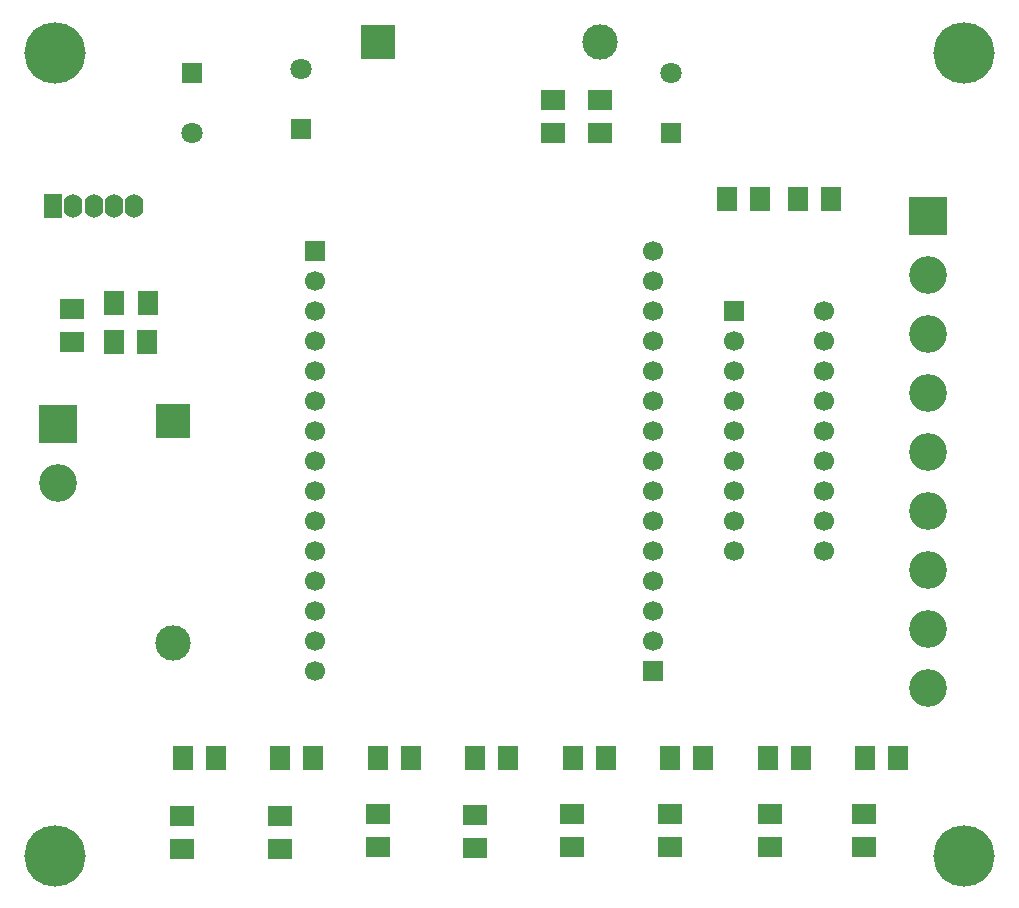
<source format=gbr>
G04 DipTrace 3.3.0.1*
G04 TopMask.gbr*
%MOIN*%
G04 #@! TF.FileFunction,Soldermask,Top*
G04 #@! TF.Part,Single*
%ADD26R,0.11811X0.11811*%
%ADD27C,0.11811*%
%ADD38C,0.204724*%
%ADD40O,0.062992X0.07874*%
%ADD42R,0.062992X0.07874*%
%ADD44C,0.125984*%
%ADD45R,0.125984X0.125984*%
%ADD46C,0.066929*%
%ADD48R,0.066929X0.066929*%
%ADD52R,0.070866X0.070866*%
%ADD54C,0.070866*%
%ADD56R,0.070866X0.07874*%
%ADD58R,0.07874X0.070866*%
%FSLAX26Y26*%
G04*
G70*
G90*
G75*
G01*
G04 TopMask*
%LPD*%
D58*
X1032906Y608946D3*
Y719182D3*
X1357906Y608946D3*
Y719182D3*
X1687087Y615068D3*
Y725304D3*
X2009026Y614098D3*
Y724335D3*
X2332906Y615068D3*
Y725304D3*
X2657906Y615068D3*
Y725304D3*
X2992089Y615068D3*
Y725304D3*
X3304844Y615068D3*
Y725304D3*
D56*
X806592Y2298331D3*
X916828D3*
D54*
X1428555Y3209573D3*
D52*
Y3009573D3*
D54*
X2662512Y3197843D3*
D52*
Y2997843D3*
D58*
X2427097Y3107748D3*
Y2997512D3*
X2270639Y3107244D3*
Y2997008D3*
D26*
X1003786Y2036629D3*
D27*
Y1294896D3*
D26*
X1685490Y3298882D3*
D27*
X2427222D3*
D48*
X1475383Y2601997D3*
D46*
Y2501997D3*
Y2401997D3*
Y2301997D3*
Y2201997D3*
Y2101997D3*
Y2001997D3*
Y1901997D3*
Y1801997D3*
Y1701997D3*
Y1601997D3*
Y1501997D3*
Y1401997D3*
Y1301997D3*
Y1201997D3*
D48*
X2604228Y1201421D3*
D46*
Y1301421D3*
Y1401421D3*
Y1501421D3*
Y1601421D3*
Y1701421D3*
Y1801421D3*
Y1901421D3*
Y2001421D3*
Y2101421D3*
Y2201421D3*
Y2301421D3*
Y2401421D3*
Y2501421D3*
Y2601421D3*
D45*
X618134Y2027444D3*
D44*
Y1830593D3*
D54*
X1067571Y2997929D3*
D52*
Y3197929D3*
D42*
X603327Y2754509D3*
D40*
X670650D3*
X737972D3*
X805295D3*
X872618D3*
D45*
X3520404Y2720903D3*
D44*
Y2524052D3*
Y2327202D3*
Y2130352D3*
Y1933501D3*
Y1736651D3*
Y1539801D3*
Y1342950D3*
Y1146100D3*
D38*
X609269Y587377D3*
X3640765Y3264542D3*
X609269D3*
X3640765Y587377D3*
D58*
X666364Y2300066D3*
Y2410302D3*
D56*
X2958290Y2776944D3*
X2848054D3*
X807535Y2431020D3*
X917772D3*
X1035465Y912566D3*
X1145701D3*
X1360465D3*
X1470701D3*
X1685465D3*
X1795701D3*
X2010465D3*
X2120701D3*
X2335465D3*
X2445701D3*
X2660465D3*
X2770701D3*
X2985465D3*
X3095701D3*
X3310465D3*
X3420701D3*
D48*
X2873199Y2401445D3*
D46*
Y2301445D3*
Y2201445D3*
Y2101445D3*
Y2001445D3*
Y1901445D3*
Y1801445D3*
Y1701445D3*
Y1601445D3*
X3173199D3*
Y1701445D3*
Y1801445D3*
Y1901445D3*
Y2001445D3*
Y2101445D3*
Y2201445D3*
Y2301445D3*
Y2401445D3*
D56*
X3196761Y2776349D3*
X3086525D3*
M02*

</source>
